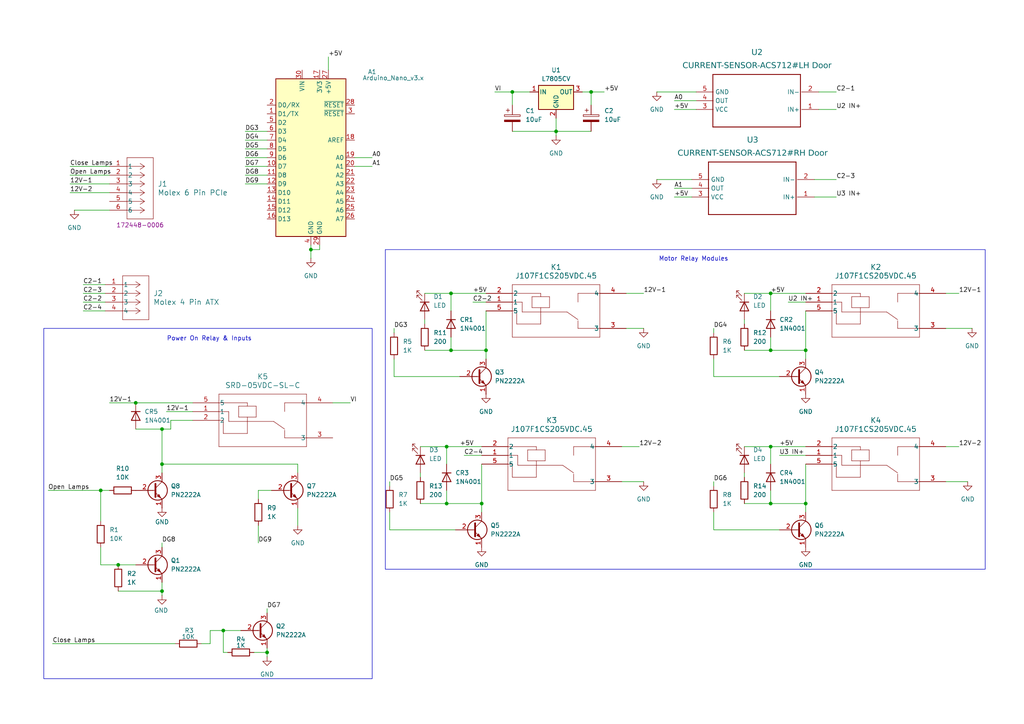
<source format=kicad_sch>
(kicad_sch (version 20231120) (generator "eeschema") (generator_version "8.0")
  (paper "A4")
  (title_block (title "Fiero Headlight Controller PCB") (date "2024-04-11") (rev "2.1") (comment 1 "https://www.hackster.io/walkertexan/fiero-headlight-controller-8eaa4c") (comment 2 "Based On The Original Schematic By WalkerTexan") (comment 3 "Schematic Layout by Ryan Blanchard"))
  (lib_symbols
    (symbol "D_1" (pin_numbers hide) (pin_names (offset 1.016) hide)
      (property "Reference" "CR3" (at -1.2701 2.54 90))
      (property "Value" "1N4001" (at 1.2699 2.54 90))
      (symbol "D_1_1_1"
        (pin passive line (at 3.81 0 180) (length 2.54) (name "A") (number "A"))
        (pin passive line (at -3.81 0 0) (length 2.54) (name "K") (number "C"))
      )
    )
    (symbol "D_2" (pin_numbers hide) (pin_names (offset 1.016) hide)
      (property "Reference" "CR5" (at -1.2701 2.54 90))
      (property "Value" "1N4001" (at 1.2699 2.54 90))
      (symbol "D_2_1_1"
        (pin passive line (at 3.81 0 180) (length 2.54) (name "A") (number "A"))
        (pin passive line (at -3.81 0 0) (length 2.54) (name "K") (number "C"))
      )
    )
    (symbol "D_3" (pin_numbers hide) (pin_names (offset 1.016) hide)
      (property "Reference" "CR1" (at -1.2701 2.54 90))
      (property "Value" "1N4001" (at 1.2699 2.54 90))
      (symbol "D_3_1_1"
        (pin passive line (at 3.81 0 180) (length 2.54) (name "A") (number "A"))
        (pin passive line (at -3.81 0 0) (length 2.54) (name "K") (number "C"))
      )
    )
    (symbol "D_4" (pin_numbers hide) (pin_names (offset 1.016) hide)
      (property "Reference" "CR2" (at -1.2701 2.54 90))
      (property "Value" "1N4001" (at 1.2699 2.54 90))
      (symbol "D_4_1_1"
        (pin passive line (at 3.81 0 180) (length 2.54) (name "A") (number "A"))
        (pin passive line (at -3.81 0 0) (length 2.54) (name "K") (number "C"))
      )
    )
    (symbol "Device:C_Polarized" (pin_numbers hide) (pin_names (offset 0.254))
      (property "Reference" "C" (at 0.635 2.54 0))
      (property "Value" "C_Polarized" (at 0.635 -2.54 0))
      (symbol "C_Polarized_1_1"
        (pin passive line (at 0 3.81 270) (length 2.794) (name "~") (number "1"))
        (pin passive line (at 0 -3.81 90) (length 2.794) (name "~") (number "2"))
      )
    )
    (symbol "Device:D" (pin_numbers hide) (pin_names (offset 1.016) hide)
      (property "Reference" "CR4" (at -1.2701 2.54 90))
      (property "Value" "1N4001" (at 1.2699 2.54 90))
      (symbol "D_1_1"
        (pin passive line (at 3.81 0 180) (length 2.54) (name "A") (number "A"))
        (pin passive line (at -3.81 0 0) (length 2.54) (name "K") (number "C"))
      )
    )
    (symbol "Device:LED" (pin_numbers hide) (pin_names (offset 1.016) hide)
      (property "Reference" "D" (at 0 2.54 0))
      (property "Value" "LED" (at 0 -2.54 0))
      (symbol "LED_1_1"
        (pin passive line (at -3.81 0 0) (length 2.54) (name "K") (number "1"))
        (pin passive line (at 3.81 0 180) (length 2.54) (name "A") (number "2"))
      )
    )
    (symbol "Device:R" (pin_numbers hide) (pin_names (offset 0))
      (property "Reference" "R" (at 2.032 0 90))
      (property "Value" "R" (at 0 0 90))
      (symbol "R_1_1"
        (pin passive line (at 0 3.81 270) (length 1.27) (name "~") (number "1"))
        (pin passive line (at 0 -3.81 90) (length 1.27) (name "~") (number "2"))
      )
    )
    (symbol "Fiero:CURRENT-SENSOR-ACS712#IC"
      (property "Reference" "1" (at -0.635 12.3825 0))
      (property "Value" "CURRENT-SENSOR-ACS712#LH Door" (at -0.635 10.0711 0))
      (symbol "CURRENT-SENSOR-ACS712#IC_0_0"
        (pin bidirectional line (at 17.78 -2.54 180) (length 4.9784) (name "IN+") (number "1"))
        (pin bidirectional line (at 17.78 2.54 180) (length 4.9784) (name "IN-") (number "2"))
        (pin bidirectional line (at -17.78 -2.54 0) (length 4.9784) (name "VCC") (number "3"))
        (pin bidirectional line (at -17.78 0 0) (length 4.9784) (name "OUT") (number "4"))
        (pin bidirectional line (at -17.78 2.54 0) (length 4.9784) (name "GND") (number "5"))
      )
    )
    (symbol "Fiero:SRD-05VDC-SL-C" (pin_names (offset 0.254))
      (property "Reference" "K" (at 20.32 10.16 0))
      (property "Value" "SRD-05VDC-SL-C" (at 20.32 7.62 0))
      (symbol "SRD-05VDC-SL-C_0_1"
        (pin unspecified line (at 0 0 0) (length 7.62) (name "1") (number "1"))
        (pin unspecified line (at 0 -2.54 0) (length 7.62) (name "2") (number "2"))
        (pin unspecified line (at 40.64 -7.62 180) (length 7.62) (name "3") (number "3"))
        (pin unspecified line (at 40.64 2.54 180) (length 7.62) (name "4") (number "4"))
        (pin unspecified line (at 0 2.54 0) (length 7.62) (name "5") (number "5"))
      )
    )
    (symbol "MCU_Module:Arduino_Nano_v3.x"
      (property "Reference" "A" (at -10.16 23.495 0))
      (property "Value" "Arduino_Nano_v3.x" (at 5.08 -24.13 0))
      (symbol "Arduino_Nano_v3.x_1_1"
        (pin bidirectional line (at -12.7 12.7 0) (length 2.54) (name "D1/TX") (number "1"))
        (pin bidirectional line (at -12.7 -2.54 0) (length 2.54) (name "D7") (number "10"))
        (pin bidirectional line (at -12.7 -5.08 0) (length 2.54) (name "D8") (number "11"))
        (pin bidirectional line (at -12.7 -7.62 0) (length 2.54) (name "D9") (number "12"))
        (pin bidirectional line (at -12.7 -10.16 0) (length 2.54) (name "D10") (number "13"))
        (pin bidirectional line (at -12.7 -12.7 0) (length 2.54) (name "D11") (number "14"))
        (pin bidirectional line (at -12.7 -15.24 0) (length 2.54) (name "D12") (number "15"))
        (pin bidirectional line (at -12.7 -17.78 0) (length 2.54) (name "D13") (number "16"))
        (pin power_out line (at 2.54 25.4 270) (length 2.54) (name "3V3") (number "17"))
        (pin input line (at 12.7 5.08 180) (length 2.54) (name "AREF") (number "18"))
        (pin bidirectional line (at 12.7 0 180) (length 2.54) (name "A0") (number "19"))
        (pin bidirectional line (at -12.7 15.24 0) (length 2.54) (name "D0/RX") (number "2"))
        (pin bidirectional line (at 12.7 -2.54 180) (length 2.54) (name "A1") (number "20"))
        (pin bidirectional line (at 12.7 -5.08 180) (length 2.54) (name "A2") (number "21"))
        (pin bidirectional line (at 12.7 -7.62 180) (length 2.54) (name "A3") (number "22"))
        (pin bidirectional line (at 12.7 -10.16 180) (length 2.54) (name "A4") (number "23"))
        (pin bidirectional line (at 12.7 -12.7 180) (length 2.54) (name "A5") (number "24"))
        (pin bidirectional line (at 12.7 -15.24 180) (length 2.54) (name "A6") (number "25"))
        (pin bidirectional line (at 12.7 -17.78 180) (length 2.54) (name "A7") (number "26"))
        (pin power_out line (at 5.08 25.4 270) (length 2.54) (name "+5V") (number "27"))
        (pin input line (at 12.7 15.24 180) (length 2.54) (name "~{RESET}") (number "28"))
        (pin power_in line (at 2.54 -25.4 90) (length 2.54) (name "GND") (number "29"))
        (pin input line (at 12.7 12.7 180) (length 2.54) (name "~{RESET}") (number "3"))
        (pin power_in line (at -2.54 25.4 270) (length 2.54) (name "VIN") (number "30"))
        (pin power_in line (at 0 -25.4 90) (length 2.54) (name "GND") (number "4"))
        (pin bidirectional line (at -12.7 10.16 0) (length 2.54) (name "D2") (number "5"))
        (pin bidirectional line (at -12.7 7.62 0) (length 2.54) (name "D3") (number "6"))
        (pin bidirectional line (at -12.7 5.08 0) (length 2.54) (name "D4") (number "7"))
        (pin bidirectional line (at -12.7 2.54 0) (length 2.54) (name "D5") (number "8"))
        (pin bidirectional line (at -12.7 0 0) (length 2.54) (name "D6") (number "9"))
      )
    )
    (symbol "Molex Power:Molex 4 Pin ATX" (pin_names (offset 0.254))
      (property "Reference" "J" (at 8.89 6.35 0))
      (property "Value" "Molex 4 Pin ATX" (at 8.636 4.064 0))
      (symbol "Molex 4 Pin ATX_1_1"
        (pin unspecified line (at 0 0 0) (length 5.08) (name "1") (number "1"))
        (pin unspecified line (at 0 -2.54 0) (length 5.08) (name "2") (number "2"))
        (pin unspecified line (at 0 -5.08 0) (length 5.08) (name "3") (number "3"))
        (pin unspecified line (at 0 -7.62 0) (length 5.08) (name "4") (number "4"))
      )
      (symbol "Molex 4 Pin ATX_1_2"
        (pin unspecified line (at 0 0 0) (length 5.08) (name "1") (number "1"))
        (pin unspecified line (at 0 -2.54 0) (length 5.08) (name "2") (number "2"))
        (pin unspecified line (at 0 -5.08 0) (length 5.08) (name "3") (number "3"))
        (pin unspecified line (at 0 -7.62 0) (length 5.08) (name "4") (number "4"))
      )
    )
    (symbol "Molex Power:Molex 6 Pin PCIe" (pin_names (offset 0.254))
      (property "Reference" "J" (at 8.89 6.35 0))
      (property "Value" "Molex 6 Pin PCIe" (at 8.636 4.064 0))
      (symbol "Molex 6 Pin PCIe_1_1"
        (pin unspecified line (at 0 0 0) (length 5.08) (name "1") (number "1"))
        (pin unspecified line (at 0 -2.54 0) (length 5.08) (name "2") (number "2"))
        (pin unspecified line (at 0 -5.08 0) (length 5.08) (name "3") (number "3"))
        (pin unspecified line (at 0 -7.62 0) (length 5.08) (name "4") (number "4"))
        (pin unspecified line (at 0 -10.16 0) (length 5.08) (name "5") (number "5"))
        (pin unspecified line (at 0 -12.7 0) (length 5.08) (name "6") (number "6"))
      )
      (symbol "Molex 6 Pin PCIe_1_2"
        (pin unspecified line (at 0 0 0) (length 5.08) (name "1") (number "1"))
        (pin unspecified line (at 0 -2.54 0) (length 5.08) (name "2") (number "2"))
        (pin unspecified line (at 0 -5.08 0) (length 5.08) (name "3") (number "3"))
        (pin unspecified line (at 0 -7.62 0) (length 5.08) (name "4") (number "4"))
        (pin unspecified line (at 0 -10.16 0) (length 5.08) (name "5") (number "5"))
        (pin unspecified line (at 0 -12.7 0) (length 5.08) (name "6") (number "6"))
      )
    )
    (symbol "Regulator_Linear:LM7805_TO220" (pin_names (offset 0.254))
      (property "Reference" "U1" (at 0 6.35 0))
      (property "Value" "LM7805_TO220" (at 0 3.81 0))
      (symbol "LM7805_TO220_1_1"
        (pin power_in line (at -7.62 0 0) (length 2.54) (name "IN") (number "1"))
        (pin power_in line (at 0 -7.62 90) (length 2.54) (name "GND") (number "2"))
        (pin power_out line (at 7.62 0 180) (length 2.54) (name "OUT") (number "3"))
      )
    )
    (symbol "SRD-05VDC-SL-C_1" (pin_names (offset 0.254))
      (property "Reference" "K3" (at 20.32 10.16 0))
      (property "Value" "SRD-05VDC-SL-C" (at 20.32 7.62 0))
      (symbol "SRD-05VDC-SL-C_1_0_1"
        (pin unspecified line (at 0 0 0) (length 7.62) (name "1") (number "1"))
        (pin unspecified line (at 0 2.54 0) (length 7.62) (name "2") (number "2"))
        (pin unspecified line (at 40.64 -7.62 180) (length 7.62) (name "3") (number "3"))
        (pin unspecified line (at 40.64 2.54 180) (length 7.62) (name "4") (number "4"))
        (pin unspecified line (at 0 -2.54 0) (length 7.62) (name "5") (number "5"))
      )
    )
    (symbol "SRD-05VDC-SL-C_2" (pin_names (offset 0.254))
      (property "Reference" "K" (at 20.32 10.16 0))
      (property "Value" "SRD-05VDC-SL-C" (at 20.32 7.62 0))
      (symbol "SRD-05VDC-SL-C_2_0_1"
        (pin unspecified line (at 0 0 0) (length 7.62) (name "1") (number "1"))
        (pin unspecified line (at 0 2.54 0) (length 7.62) (name "2") (number "2"))
        (pin unspecified line (at 40.64 -7.62 180) (length 7.62) (name "3") (number "3"))
        (pin unspecified line (at 40.64 2.54 180) (length 7.62) (name "4") (number "4"))
        (pin unspecified line (at 0 -2.54 0) (length 7.62) (name "5") (number "5"))
      )
    )
    (symbol "SRD-05VDC-SL-C_3" (pin_names (offset 0.254))
      (property "Reference" "K" (at 20.32 10.16 0))
      (property "Value" "SRD-05VDC-SL-C" (at 20.32 7.62 0))
      (symbol "SRD-05VDC-SL-C_3_0_1"
        (pin unspecified line (at 0 0 0) (length 7.62) (name "1") (number "1"))
        (pin unspecified line (at 0 2.54 0) (length 7.62) (name "2") (number "2"))
        (pin unspecified line (at 40.64 -7.62 180) (length 7.62) (name "3") (number "3"))
        (pin unspecified line (at 40.64 2.54 180) (length 7.62) (name "4") (number "4"))
        (pin unspecified line (at 0 -2.54 0) (length 7.62) (name "5") (number "5"))
      )
    )
    (symbol "SRD-05VDC-SL-C_4" (pin_names (offset 0.254))
      (property "Reference" "K" (at 20.32 10.16 0))
      (property "Value" "SRD-05VDC-SL-C" (at 20.32 7.62 0))
      (symbol "SRD-05VDC-SL-C_4_0_1"
        (pin unspecified line (at 0 0 0) (length 7.62) (name "1") (number "1"))
        (pin unspecified line (at 0 2.54 0) (length 7.62) (name "2") (number "2"))
        (pin unspecified line (at 40.64 -7.62 180) (length 7.62) (name "3") (number "3"))
        (pin unspecified line (at 40.64 2.54 180) (length 7.62) (name "4") (number "4"))
        (pin unspecified line (at 0 -2.54 0) (length 7.62) (name "5") (number "5"))
      )
    )
    (symbol "Transistor_BJT:PN2222A" (pin_names (offset 0) hide)
      (property "Reference" "Q" (at 5.08 1.905 0))
      (property "Value" "PN2222A" (at 5.08 0 0))
      (symbol "PN2222A_1_1"
        (pin passive line (at 2.54 -5.08 90) (length 2.54) (name "E") (number "1"))
        (pin input line (at -5.08 0 0) (length 5.08) (name "B") (number "2"))
        (pin passive line (at 2.54 5.08 270) (length 2.54) (name "C") (number "3"))
      )
    )
    (symbol "power:GND" (power) (pin_numbers hide) (pin_names (offset 0) hide)
      (property "Value" "GND" (at 0 -3.81 0))
      (symbol "GND_1_1"
        (pin power_in line (at 0 0 270) (length 0) (name "~") (number "1"))
      )
    )
  )
  (junction (at 161.29 38.1))
  (junction (at 90.17 72.39))
  (junction (at 223.52 85.09))
  (junction (at 148.59 26.67))
  (junction (at 39.37 116.84))
  (junction (at 46.99 124.46))
  (junction (at 46.99 171.45))
  (junction (at 77.47 189.23))
  (junction (at 34.29 163.83))
  (junction (at 223.52 146.05))
  (junction (at 129.54 146.05))
  (junction (at 233.68 101.6))
  (junction (at 223.52 129.54))
  (junction (at 129.54 129.54))
  (junction (at 139.7 146.05))
  (junction (at 140.97 101.6))
  (junction (at 46.99 134.62))
  (junction (at 130.81 85.09))
  (junction (at 130.81 101.6))
  (junction (at 29.21 142.24))
  (junction (at 223.52 101.6))
  (junction (at 171.45 26.67))
  (junction (at 233.68 146.05))
  (junction (at 64.77 182.88))
  (wire (pts (xy 121.92 137.16) (xy 121.92 138.43)))
  (wire (pts (xy 223.52 142.24) (xy 223.52 146.05)))
  (wire (pts (xy 86.36 134.62) (xy 86.36 137.16)))
  (wire (pts (xy 20.32 53.34) (xy 31.75 53.34)))
  (wire (pts (xy 73.66 189.23) (xy 77.47 189.23)))
  (wire (pts (xy 223.52 129.54) (xy 233.68 129.54)))
  (wire (pts (xy 114.3 104.14) (xy 114.3 109.22)))
  (wire (pts (xy 49.53 121.92) (xy 49.53 124.46)))
  (wire (pts (xy 130.81 101.6) (xy 140.97 101.6)))
  (wire (pts (xy 96.52 116.84) (xy 101.6 116.84)))
  (wire (pts (xy 129.54 129.54) (xy 139.7 129.54)))
  (wire (pts (xy 20.32 48.26) (xy 31.75 48.26)))
  (wire (pts (xy 49.53 124.46) (xy 46.99 124.46)))
  (wire (pts (xy 34.29 171.45) (xy 46.99 171.45)))
  (wire (pts (xy 55.88 121.92) (xy 49.53 121.92)))
  (wire (pts (xy 195.58 57.15) (xy 200.66 57.15)))
  (wire (pts (xy 46.99 157.48) (xy 46.99 158.75)))
  (wire (pts (xy 123.19 92.71) (xy 123.19 93.98)))
  (wire (pts (xy 137.16 87.63) (xy 140.97 87.63)))
  (wire (pts (xy 226.06 132.08) (xy 233.68 132.08)))
  (wire (pts (xy 223.52 101.6) (xy 233.68 101.6)))
  (wire (pts (xy 64.77 182.88) (xy 69.85 182.88)))
  (wire (pts (xy 237.49 31.75) (xy 242.57 31.75)))
  (wire (pts (xy 215.9 92.71) (xy 215.9 93.98)))
  (wire (pts (xy 114.3 95.25) (xy 114.3 96.52)))
  (wire (pts (xy 139.7 134.62) (xy 139.7 146.05)))
  (wire (pts (xy 207.01 153.67) (xy 226.06 153.67)))
  (wire (pts (xy 130.81 97.79) (xy 130.81 101.6)))
  (wire (pts (xy 24.13 90.17) (xy 30.48 90.17)))
  (wire (pts (xy 46.99 124.46) (xy 39.37 124.46)))
  (wire (pts (xy 74.93 142.24) (xy 74.93 144.78)))
  (wire (pts (xy 123.19 101.6) (xy 130.81 101.6)))
  (wire (pts (xy 13.97 142.24) (xy 29.21 142.24)))
  (wire (pts (xy 71.12 40.64) (xy 77.47 40.64)))
  (wire (pts (xy 24.13 82.55) (xy 30.48 82.55)))
  (wire (pts (xy 134.62 132.08) (xy 139.7 132.08)))
  (wire (pts (xy 181.61 85.09) (xy 186.69 85.09)))
  (wire (pts (xy 77.47 189.23) (xy 77.47 190.5)))
  (wire (pts (xy 140.97 101.6) (xy 140.97 104.14)))
  (wire (pts (xy 95.25 16.51) (xy 95.25 20.32)))
  (wire (pts (xy 180.34 139.7) (xy 186.69 139.7)))
  (wire (pts (xy 215.9 129.54) (xy 223.52 129.54)))
  (wire (pts (xy 24.13 87.63) (xy 30.48 87.63)))
  (wire (pts (xy 78.74 142.24) (xy 74.93 142.24)))
  (wire (pts (xy 121.92 129.54) (xy 129.54 129.54)))
  (wire (pts (xy 171.45 26.67) (xy 175.26 26.67)))
  (wire (pts (xy 223.52 97.79) (xy 223.52 101.6)))
  (wire (pts (xy 58.42 186.69) (xy 60.96 186.69)))
  (wire (pts (xy 46.99 168.91) (xy 46.99 171.45)))
  (wire (pts (xy 207.01 148.59) (xy 207.01 153.67)))
  (wire (pts (xy 274.32 85.09) (xy 278.13 85.09)))
  (wire (pts (xy 207.01 104.14) (xy 207.01 109.22)))
  (wire (pts (xy 29.21 158.75) (xy 29.21 163.83)))
  (wire (pts (xy 71.12 53.34) (xy 77.47 53.34)))
  (wire (pts (xy 31.75 116.84) (xy 39.37 116.84)))
  (wire (pts (xy 20.32 50.8) (xy 31.75 50.8)))
  (wire (pts (xy 223.52 85.09) (xy 233.68 85.09)))
  (wire (pts (xy 190.5 26.67) (xy 201.93 26.67)))
  (wire (pts (xy 195.58 54.61) (xy 200.66 54.61)))
  (wire (pts (xy 77.47 187.96) (xy 77.47 189.23)))
  (wire (pts (xy 34.29 163.83) (xy 39.37 163.83)))
  (wire (pts (xy 21.59 60.96) (xy 31.75 60.96)))
  (wire (pts (xy 92.71 71.12) (xy 92.71 72.39)))
  (wire (pts (xy 223.52 129.54) (xy 223.52 134.62)))
  (wire (pts (xy 114.3 109.22) (xy 133.35 109.22)))
  (wire (pts (xy 233.68 90.17) (xy 233.68 101.6)))
  (wire (pts (xy 130.81 85.09) (xy 140.97 85.09)))
  (wire (pts (xy 71.12 45.72) (xy 77.47 45.72)))
  (wire (pts (xy 71.12 43.18) (xy 77.47 43.18)))
  (wire (pts (xy 274.32 139.7) (xy 280.67 139.7)))
  (wire (pts (xy 233.68 101.6) (xy 233.68 104.14)))
  (wire (pts (xy 207.01 95.25) (xy 207.01 96.52)))
  (wire (pts (xy 274.32 95.25) (xy 281.94 95.25)))
  (wire (pts (xy 168.91 26.67) (xy 171.45 26.67)))
  (wire (pts (xy 190.5 52.07) (xy 200.66 52.07)))
  (wire (pts (xy 77.47 177.8) (xy 77.47 176.53)))
  (wire (pts (xy 71.12 48.26) (xy 77.47 48.26)))
  (wire (pts (xy 215.9 101.6) (xy 223.52 101.6)))
  (wire (pts (xy 195.58 29.21) (xy 201.93 29.21)))
  (wire (pts (xy 223.52 85.09) (xy 223.52 90.17)))
  (wire (pts (xy 46.99 134.62) (xy 46.99 137.16)))
  (wire (pts (xy 215.9 85.09) (xy 223.52 85.09)))
  (wire (pts (xy 29.21 163.83) (xy 34.29 163.83)))
  (wire (pts (xy 90.17 71.12) (xy 90.17 72.39)))
  (wire (pts (xy 113.03 148.59) (xy 113.03 153.67)))
  (wire (pts (xy 71.12 50.8) (xy 77.47 50.8)))
  (wire (pts (xy 129.54 146.05) (xy 139.7 146.05)))
  (wire (pts (xy 46.99 124.46) (xy 46.99 134.62)))
  (wire (pts (xy 236.22 57.15) (xy 242.57 57.15)))
  (wire (pts (xy 161.29 34.29) (xy 161.29 38.1)))
  (wire (pts (xy 140.97 90.17) (xy 140.97 101.6)))
  (wire (pts (xy 64.77 189.23) (xy 66.04 189.23)))
  (wire (pts (xy 236.22 52.07) (xy 242.57 52.07)))
  (wire (pts (xy 148.59 26.67) (xy 148.59 30.48)))
  (wire (pts (xy 161.29 38.1) (xy 161.29 39.37)))
  (wire (pts (xy 148.59 38.1) (xy 161.29 38.1)))
  (wire (pts (xy 215.9 146.05) (xy 223.52 146.05)))
  (wire (pts (xy 223.52 146.05) (xy 233.68 146.05)))
  (wire (pts (xy 71.12 38.1) (xy 77.47 38.1)))
  (wire (pts (xy 90.17 72.39) (xy 90.17 74.93)))
  (wire (pts (xy 86.36 147.32) (xy 86.36 152.4)))
  (wire (pts (xy 237.49 26.67) (xy 242.57 26.67)))
  (wire (pts (xy 48.26 119.38) (xy 55.88 119.38)))
  (wire (pts (xy 161.29 38.1) (xy 171.45 38.1)))
  (wire (pts (xy 102.87 48.26) (xy 107.95 48.26)))
  (wire (pts (xy 113.03 139.7) (xy 113.03 140.97)))
  (wire (pts (xy 29.21 151.13) (xy 29.21 142.24)))
  (wire (pts (xy 15.24 186.69) (xy 50.8 186.69)))
  (wire (pts (xy 180.34 129.54) (xy 185.42 129.54)))
  (wire (pts (xy 233.68 134.62) (xy 233.68 146.05)))
  (wire (pts (xy 123.19 85.09) (xy 130.81 85.09)))
  (wire (pts (xy 148.59 26.67) (xy 153.67 26.67)))
  (wire (pts (xy 24.13 85.09) (xy 30.48 85.09)))
  (wire (pts (xy 29.21 142.24) (xy 31.75 142.24)))
  (wire (pts (xy 46.99 171.45) (xy 46.99 172.72)))
  (wire (pts (xy 20.32 55.88) (xy 31.75 55.88)))
  (wire (pts (xy 39.37 116.84) (xy 55.88 116.84)))
  (wire (pts (xy 74.93 152.4) (xy 74.93 157.48)))
  (wire (pts (xy 130.81 85.09) (xy 130.81 90.17)))
  (wire (pts (xy 46.99 134.62) (xy 86.36 134.62)))
  (wire (pts (xy 215.9 137.16) (xy 215.9 138.43)))
  (wire (pts (xy 64.77 182.88) (xy 64.77 189.23)))
  (wire (pts (xy 102.87 45.72) (xy 107.95 45.72)))
  (wire (pts (xy 139.7 146.05) (xy 139.7 148.59)))
  (wire (pts (xy 171.45 26.67) (xy 171.45 30.48)))
  (wire (pts (xy 195.58 31.75) (xy 201.93 31.75)))
  (wire (pts (xy 60.96 186.69) (xy 60.96 182.88)))
  (wire (pts (xy 129.54 129.54) (xy 129.54 134.62)))
  (wire (pts (xy 181.61 95.25) (xy 186.69 95.25)))
  (wire (pts (xy 233.68 146.05) (xy 233.68 148.59)))
  (wire (pts (xy 143.51 26.67) (xy 148.59 26.67)))
  (wire (pts (xy 113.03 153.67) (xy 132.08 153.67)))
  (wire (pts (xy 228.6 87.63) (xy 233.68 87.63)))
  (wire (pts (xy 207.01 139.7) (xy 207.01 140.97)))
  (wire (pts (xy 129.54 142.24) (xy 129.54 146.05)))
  (wire (pts (xy 121.92 146.05) (xy 129.54 146.05)))
  (wire (pts (xy 60.96 182.88) (xy 64.77 182.88)))
  (wire (pts (xy 207.01 109.22) (xy 226.06 109.22)))
  (wire (pts (xy 274.32 129.54) (xy 278.13 129.54)))
  (wire (pts (xy 92.71 72.39) (xy 90.17 72.39)))
  (rectangle (start 111.76 72.39) (end 285.75 165.1))
  (rectangle (start 12.7 95.25) (end 107.95 196.85))
  (text "Motor Relay Modules" (at 201.168 75.184 0) (effects (font (size 1.27 1.27))))
  (text "Power On Relay & Inputs" (at 60.706 98.298 0) (effects (font (size 1.27 1.27))))
  (label "DG4" (at 207.01 95.25 0))
  (label "+5V" (at 195.58 31.75 0))
  (label "C2-4" (at 24.13 90.17 0))
  (label "12V-1" (at 278.13 85.09 0))
  (label "12V-1" (at 186.69 85.09 0))
  (label "+5V" (at 137.16 85.09 0))
  (label "C2-2" (at 24.13 87.63 0))
  (label "12V-2" (at 20.32 55.88 0))
  (label "12V-1" (at 48.26 119.38 0))
  (label "DG5" (at 113.03 139.7 0))
  (label "DG3" (at 114.3 95.25 0))
  (label "DG8" (at 71.12 50.8 0))
  (label "VI" (at 101.6 116.84 0))
  (label "DG4" (at 71.12 40.64 0))
  (label "A1" (at 195.58 54.61 0))
  (label "Open Lamps" (at 20.32 50.8 0))
  (label "C2-2" (at 137.16 87.63 0))
  (label "U2 IN+" (at 228.6 87.63 0))
  (label "+5V" (at 223.52 85.09 0))
  (label "+5V" (at 195.58 57.15 0))
  (label "C2-3" (at 242.57 52.07 0))
  (label "C2-1" (at 24.13 82.55 0))
  (label "DG6" (at 207.01 139.7 0))
  (label "12V-1" (at 31.75 116.84 0))
  (label "+5V" (at 175.26 26.67 0))
  (label "+5V" (at 95.25 16.51 0))
  (label "DG7" (at 71.12 48.26 0))
  (label "C2-1" (at 242.57 26.67 0))
  (label "12V-1" (at 20.32 53.34 0))
  (label "DG6" (at 71.12 45.72 0))
  (label "Close Lamps" (at 15.24 186.69 0))
  (label "DG5" (at 71.12 43.18 0))
  (label "C2-4" (at 134.62 132.08 0))
  (label "+5V" (at 133.35 129.54 0))
  (label "12V-2" (at 278.13 129.54 0))
  (label "Close Lamps" (at 20.32 48.26 0))
  (label "12V-2" (at 185.42 129.54 0))
  (label "DG3" (at 71.12 38.1 0))
  (label "A1" (at 107.95 48.26 0))
  (label "A0" (at 195.58 29.21 0))
  (label "U3 IN+" (at 242.57 57.15 0))
  (label "Open Lamps" (at 13.97 142.24 0))
  (label "C2-3" (at 24.13 85.09 0))
  (label "DG7" (at 77.47 176.53 0))
  (label "DG8" (at 46.99 157.48 0))
  (label "DG9" (at 71.12 53.34 0))
  (label "+5V" (at 226.06 129.54 0))
  (label "U2 IN+" (at 242.57 31.75 0))
  (label "A0" (at 107.95 45.72 0))
  (label "VI" (at 143.51 26.67 0))
  (label "DG9" (at 74.93 157.48 0))
  (label "U3 IN+" (at 226.06 132.08 0))
  (symbol (lib_id "power:GND") (at 233.68 158.75 0) (unit 1)
    (property "Reference" "#PWR018" (effects (hide yes)))
    (property "Value" "GND" (at 233.68 163.83 0))
    (property "Description" "Power symbol creates a global label with name \"GND\" , ground" (effects (hide yes)))
  )
  (symbol (lib_id "Fiero:CURRENT-SENSOR-ACS712#IC") (at 219.71 29.21 0) (unit 1)
    (property "Reference" "U2" (at 219.5703 15.24 0) (effects (font (size 1.6891 1.6891))))
    (property "Value" "CURRENT-SENSOR-ACS712#LH Door" (at 219.5703 19.05 0) (effects (font (size 1.6891 1.6891))))
    (property "Footprint" "Fiero:ACS712_A" (effects (hide yes)))
  )
  (symbol (lib_id "Device:R") (at 215.9 97.79 0) (unit 1)
    (property "Reference" "R12" (at 218.44 96.5199 0) (effects (justify left)))
    (property "Value" "200" (at 218.44 99.0599 0) (effects (justify left)))
    (property "Footprint" "Fiero:Resistors" (effects (hide yes)))
    (property "Description" "Resistor" (effects (hide yes)))
  )
  (symbol (lib_id "Device:D") (at 223.52 138.43 270) (unit 1)
    (property "Reference" "CR4" (at 226.06 137.1599 90) (effects (justify left)))
    (property "Value" "1N4001" (at 226.06 139.6999 90) (effects (justify left)))
    (property "Footprint" "Fiero:DIODE-1N4001" (effects (hide yes)))
    (property "Description" "Diode" (effects (hide yes)))
    (property "Sim.Device" "D" (effects (hide yes)))
    (property "Sim.Pins" "1=K 2=A" (effects (hide yes)))
  )
  (symbol (lib_id "Device:R") (at 215.9 142.24 0) (unit 1)
    (property "Reference" "R14" (at 218.44 140.9699 0) (effects (justify left)))
    (property "Value" "200" (at 218.44 143.5099 0) (effects (justify left)))
    (property "Footprint" "Fiero:Resistors" (effects (hide yes)))
    (property "Description" "Resistor" (effects (hide yes)))
  )
  (symbol (lib_id "Transistor_BJT:PN2222A") (at 83.82 142.24 0) (unit 1)
    (property "Reference" "Q7" (at 88.9 140.9699 0) (effects (justify left)))
    (property "Value" "PN2222A" (at 88.9 143.5099 0) (effects (justify left)))
    (property "Footprint" "Fiero:2N2222A" (effects (hide yes)))
    (property "Datasheet" "https://www.onsemi.com/pub/Collateral/PN2222-D.PDF" (effects (hide yes)))
    (property "Description" "1A Ic, 40V Vce, NPN Transistor, General Purpose Transistor, TO-92" (effects (hide yes)))
  )
  (symbol (lib_id "Device:C_Polarized") (at 171.45 34.29 0) (unit 1)
    (property "Reference" "C2" (at 175.26 32.1309 0) (effects (justify left)))
    (property "Value" "10uF" (at 175.26 34.6709 0) (effects (justify left)))
    (property "Footprint" "Fiero:CAP-TH_BD5.0-P2.00-D0.8-FD" (effects (hide yes)))
    (property "Description" "Polarized capacitor" (effects (hide yes)))
  )
  (symbol (lib_id "power:GND") (at 186.69 139.7 0) (unit 1)
    (property "Reference" "#PWR014" (effects (hide yes)))
    (property "Value" "GND" (at 186.69 144.78 0))
    (property "Description" "Power symbol creates a global label with name \"GND\" , ground" (effects (hide yes)))
  )
  (symbol (lib_id "Molex Power:Molex 4 Pin ATX") (at 30.48 82.55 0) (unit 1)
    (property "Reference" "J2" (at 44.45 85.0899 0) (effects (font (size 1.524 1.524)) (justify left)))
    (property "Value" "Molex 4 Pin ATX" (at 44.45 87.6299 0) (effects (font (size 1.524 1.524)) (justify left)))
    (property "Footprint" "Fiero:4 Pin ATX" (effects (hide yes)))
    (property "Datasheet" "1724480004" (effects (hide yes)))
  )
  (symbol (lib_id "Device:R") (at 34.29 167.64 0) (unit 1)
    (property "Reference" "R2" (at 36.83 166.3699 0) (effects (justify left)))
    (property "Value" "1K" (at 36.83 168.9099 0) (effects (justify left)))
    (property "Footprint" "Fiero:Resistors" (effects (hide yes)))
    (property "Description" "Resistor" (effects (hide yes)))
  )
  (symbol (lib_id "Device:R") (at 74.93 148.59 0) (unit 1)
    (property "Reference" "R9" (at 77.47 147.3199 0) (effects (justify left)))
    (property "Value" "1K" (at 77.47 149.8599 0) (effects (justify left)))
    (property "Footprint" "Fiero:Resistors" (effects (hide yes)))
    (property "Description" "Resistor" (effects (hide yes)))
  )
  (symbol (lib_id "Device:R") (at 121.92 142.24 0) (unit 1)
    (property "Reference" "R13" (at 124.46 140.9699 0) (effects (justify left)))
    (property "Value" "200" (at 124.46 143.5099 0) (effects (justify left)))
    (property "Footprint" "Fiero:Resistors" (effects (hide yes)))
    (property "Description" "Resistor" (effects (hide yes)))
  )
  (symbol (lib_id "Regulator_Linear:LM7805_TO220") (at 161.29 26.67 0) (unit 1)
    (property "Reference" "U1" (at 161.29 20.32 0))
    (property "Value" "L7805CV" (at 161.29 22.86 0))
    (property "Footprint" "Fiero:L7805" (effects (hide yes)))
    (property "Datasheet" "https://www.onsemi.cn/PowerSolutions/document/MC7800-D.PDF" (effects (hide yes)))
    (property "Description" "Positive 1A 35V Linear Regulator, Fixed Output 5V, TO-220" (effects (hide yes)))
  )
  (symbol (lib_id "power:GND") (at 161.29 39.37 0) (unit 1)
    (property "Reference" "#PWR04" (effects (hide yes)))
    (property "Value" "GND" (at 161.29 44.45 0))
    (property "Description" "Power symbol creates a global label with name \"GND\" , ground" (effects (hide yes)))
  )
  (symbol (lib_id "Device:R") (at 207.01 144.78 0) (unit 1)
    (property "Reference" "R8" (at 209.55 143.5099 0) (effects (justify left)))
    (property "Value" "1K" (at 209.55 146.0499 0) (effects (justify left)))
    (property "Footprint" "Fiero:Resistors" (effects (hide yes)))
    (property "Description" "Resistor" (effects (hide yes)))
  )
  (symbol (lib_id "Transistor_BJT:PN2222A") (at 137.16 153.67 0) (unit 1)
    (property "Reference" "Q5" (at 142.24 152.3999 0) (effects (justify left)))
    (property "Value" "PN2222A" (at 142.24 154.9399 0) (effects (justify left)))
    (property "Footprint" "Fiero:2N2222A" (effects (hide yes)))
    (property "Datasheet" "https://www.onsemi.com/pub/Collateral/PN2222-D.PDF" (effects (hide yes)))
    (property "Description" "1A Ic, 40V Vce, NPN Transistor, General Purpose Transistor, TO-92" (effects (hide yes)))
  )
  (symbol (lib_id "Fiero:CURRENT-SENSOR-ACS712#IC") (at 218.44 54.61 0) (unit 1)
    (property "Reference" "U3" (at 218.3003 40.64 0) (effects (font (size 1.6891 1.6891))))
    (property "Value" "CURRENT-SENSOR-ACS712#RH Door" (at 218.3003 44.45 0) (effects (font (size 1.6891 1.6891))))
    (property "Footprint" "Fiero:ACS712_A" (effects (hide yes)))
  )
  (symbol (lib_id "power:GND") (at 280.67 139.7 0) (unit 1)
    (property "Reference" "#PWR013" (effects (hide yes)))
    (property "Value" "GND" (at 280.67 144.78 0))
    (property "Description" "Power symbol creates a global label with name \"GND\" , ground" (effects (hide yes)))
  )
  (symbol (lib_id "power:GND") (at 281.94 95.25 0) (unit 1)
    (property "Reference" "#PWR012" (effects (hide yes)))
    (property "Value" "GND" (at 281.94 100.33 0))
    (property "Description" "Power symbol creates a global label with name \"GND\" , ground" (effects (hide yes)))
  )
  (symbol (lib_id "Transistor_BJT:PN2222A") (at 44.45 142.24 0) (unit 1)
    (property "Reference" "Q8" (at 49.53 140.9699 0) (effects (justify left)))
    (property "Value" "PN2222A" (at 49.53 143.5099 0) (effects (justify left)))
    (property "Footprint" "Fiero:2N2222A" (effects (hide yes)))
    (property "Datasheet" "https://www.onsemi.com/pub/Collateral/PN2222-D.PDF" (effects (hide yes)))
    (property "Description" "1A Ic, 40V Vce, NPN Transistor, General Purpose Transistor, TO-92" (effects (hide yes)))
  )
  (symbol (lib_id "Device:C_Polarized") (at 148.59 34.29 0) (unit 1)
    (property "Reference" "C1" (at 152.4 32.1309 0) (effects (justify left)))
    (property "Value" "10uF" (at 152.4 34.6709 0) (effects (justify left)))
    (property "Footprint" "Fiero:CAP-TH_BD5.0-P2.00-D0.8-FD" (effects (hide yes)))
    (property "Description" "Polarized capacitor" (effects (hide yes)))
  )
  (symbol (lib_id "Device:R") (at 113.03 144.78 0) (unit 1)
    (property "Reference" "R7" (at 115.57 143.5099 0) (effects (justify left)))
    (property "Value" "1K" (at 115.57 146.0499 0) (effects (justify left)))
    (property "Footprint" "Fiero:Resistors" (effects (hide yes)))
    (property "Description" "Resistor" (effects (hide yes)))
  )
  (symbol (lib_name "SRD-05VDC-SL-C_2") (lib_id "Fiero:SRD-05VDC-SL-C") (at 140.97 87.63 0) (unit 1)
    (property "Reference" "K1" (at 161.29 77.47 0) (effects (font (size 1.524 1.524))))
    (property "Value" "J107F1CS205VDC.45" (at 161.29 80.01 0) (effects (font (size 1.524 1.524))))
    (property "Footprint" "Fiero:JQC-3FF-S-Z" (effects (hide yes)))
    (property "Datasheet" "SRD-05VDC-SL-C" (effects (hide yes)))
  )
  (symbol (lib_id "Device:R") (at 29.21 154.94 0) (unit 1)
    (property "Reference" "R1" (at 31.75 153.6699 0) (effects (justify left)))
    (property "Value" "10K" (at 31.75 156.2099 0) (effects (justify left)))
    (property "Footprint" "Fiero:Resistors" (effects (hide yes)))
    (property "Description" "Resistor" (effects (hide yes)))
  )
  (symbol (lib_id "Device:R") (at 114.3 100.33 0) (unit 1)
    (property "Reference" "R5" (at 116.84 99.0599 0) (effects (justify left)))
    (property "Value" "1K" (at 116.84 101.5999 0) (effects (justify left)))
    (property "Footprint" "Fiero:Resistors" (effects (hide yes)))
    (property "Description" "Resistor" (effects (hide yes)))
  )
  (symbol (lib_id "power:GND") (at 86.36 152.4 0) (unit 1)
    (property "Reference" "#PWR03" (effects (hide yes)))
    (property "Value" "GND" (at 86.36 157.48 0))
    (property "Description" "Power symbol creates a global label with name \"GND\" , ground" (effects (hide yes)))
  )
  (symbol (lib_id "Transistor_BJT:PN2222A") (at 231.14 109.22 0) (unit 1)
    (property "Reference" "Q4" (at 236.22 107.9499 0) (effects (justify left)))
    (property "Value" "PN2222A" (at 236.22 110.4899 0) (effects (justify left)))
    (property "Footprint" "Fiero:2N2222A" (effects (hide yes)))
    (property "Datasheet" "https://www.onsemi.com/pub/Collateral/PN2222-D.PDF" (effects (hide yes)))
    (property "Description" "1A Ic, 40V Vce, NPN Transistor, General Purpose Transistor, TO-92" (effects (hide yes)))
  )
  (symbol (lib_name "SRD-05VDC-SL-C_1") (lib_id "Fiero:SRD-05VDC-SL-C") (at 139.7 132.08 0) (unit 1)
    (property "Reference" "K3" (at 160.02 121.92 0) (effects (font (size 1.524 1.524))))
    (property "Value" "J107F1CS205VDC.45" (at 160.02 124.46 0) (effects (font (size 1.524 1.524))))
    (property "Footprint" "Fiero:JQC-3FF-S-Z" (effects (hide yes)))
    (property "Datasheet" "SRD-05VDC-SL-C" (effects (hide yes)))
  )
  (symbol (lib_id "Transistor_BJT:PN2222A") (at 231.14 153.67 0) (unit 1)
    (property "Reference" "Q6" (at 236.22 152.3999 0) (effects (justify left)))
    (property "Value" "PN2222A" (at 236.22 154.9399 0) (effects (justify left)))
    (property "Footprint" "Fiero:2N2222A" (effects (hide yes)))
    (property "Datasheet" "https://www.onsemi.com/pub/Collateral/PN2222-D.PDF" (effects (hide yes)))
    (property "Description" "1A Ic, 40V Vce, NPN Transistor, General Purpose Transistor, TO-92" (effects (hide yes)))
  )
  (symbol (lib_id "power:GND") (at 139.7 158.75 0) (unit 1)
    (property "Reference" "#PWR017" (effects (hide yes)))
    (property "Value" "GND" (at 139.7 163.83 0))
    (property "Description" "Power symbol creates a global label with name \"GND\" , ground" (effects (hide yes)))
  )
  (symbol (lib_id "power:GND") (at 90.17 74.93 0) (unit 1)
    (property "Reference" "#PWR05" (effects (hide yes)))
    (property "Value" "GND" (at 90.17 80.01 0))
    (property "Description" "Power symbol creates a global label with name \"GND\" , ground" (effects (hide yes)))
  )
  (symbol (lib_id "Molex Power:Molex 6 Pin PCIe") (at 31.75 48.26 0) (unit 1)
    (property "Reference" "J1" (at 45.72 53.3399 0) (effects (font (size 1.524 1.524)) (justify left)))
    (property "Value" "Molex 6 Pin PCIe" (at 45.72 55.8799 0) (effects (font (size 1.524 1.524)) (justify left)))
    (property "Footprint" "Fiero:6 Pin PCIe" (effects (hide yes)))
    (property "Datasheet" "1724480006" (effects (hide yes)))
    (property "Description" "172448-0006" (at 40.64 65.278 0))
  )
  (symbol (lib_id "power:GND") (at 46.99 172.72 0) (unit 1)
    (property "Reference" "#PWR06" (effects (hide yes)))
    (property "Value" "GND" (at 46.736 177.038 0))
    (property "Description" "Power symbol creates a global label with name \"GND\" , ground" (effects (hide yes)))
  )
  (symbol (lib_name "D_2") (lib_id "Device:D") (at 39.37 120.65 270) (unit 1)
    (property "Reference" "CR5" (at 41.91 119.3799 90) (effects (justify left)))
    (property "Value" "1N4001" (at 41.91 121.9199 90) (effects (justify left)))
    (property "Footprint" "Fiero:DIODE-1N4001" (effects (hide yes)))
    (property "Description" "Diode" (effects (hide yes)))
    (property "Sim.Device" "D" (effects (hide yes)))
    (property "Sim.Pins" "1=K 2=A" (effects (hide yes)))
  )
  (symbol (lib_id "Device:R") (at 207.01 100.33 0) (unit 1)
    (property "Reference" "R6" (at 209.55 99.0599 0) (effects (justify left)))
    (property "Value" "1K" (at 209.55 101.5999 0) (effects (justify left)))
    (property "Footprint" "Fiero:Resistors" (effects (hide yes)))
    (property "Description" "Resistor" (effects (hide yes)))
  )
  (symbol (lib_id "MCU_Module:Arduino_Nano_v3.x") (at 90.17 45.72 0) (unit 1)
    (property "Reference" "A1" (at 106.68 20.828 0) (effects (justify left)))
    (property "Value" "Arduino_Nano_v3.x" (at 105.156 22.606 0) (effects (justify left)))
    (property "Footprint" "Module:Arduino_Nano" (effects (hide yes)))
    (property "Datasheet" "http://www.mouser.com/pdfdocs/Gravitech_Arduino_Nano3_0.pdf" (effects (hide yes)))
    (property "Description" "Arduino Nano v3.x" (effects (hide yes)))
  )
  (symbol (lib_name "D_4") (lib_id "Device:D") (at 223.52 93.98 270) (unit 1)
    (property "Reference" "CR2" (at 226.06 92.7099 90) (effects (justify left)))
    (property "Value" "1N4001" (at 226.06 95.2499 90) (effects (justify left)))
    (property "Footprint" "Fiero:DIODE-1N4001" (effects (hide yes)))
    (property "Description" "Diode" (effects (hide yes)))
    (property "Sim.Device" "D" (effects (hide yes)))
    (property "Sim.Pins" "1=K 2=A" (effects (hide yes)))
  )
  (symbol (lib_id "power:GND") (at 186.69 95.25 0) (unit 1)
    (property "Reference" "#PWR011" (effects (hide yes)))
    (property "Value" "GND" (at 186.69 100.33 0))
    (property "Description" "Power symbol creates a global label with name \"GND\" , ground" (effects (hide yes)))
  )
  (symbol (lib_id "Device:R") (at 123.19 97.79 0) (unit 1)
    (property "Reference" "R11" (at 125.73 96.5199 0) (effects (justify left)))
    (property "Value" "200" (at 125.73 99.0599 0) (effects (justify left)))
    (property "Footprint" "Fiero:Resistors" (effects (hide yes)))
    (property "Description" "Resistor" (effects (hide yes)))
  )
  (symbol (lib_name "D_3") (lib_id "Device:D") (at 130.81 93.98 270) (unit 1)
    (property "Reference" "CR1" (at 133.35 92.7099 90) (effects (justify left)))
    (property "Value" "1N4001" (at 133.35 95.2499 90) (effects (justify left)))
    (property "Footprint" "Fiero:DIODE-1N4001" (effects (hide yes)))
    (property "Description" "Diode" (effects (hide yes)))
    (property "Sim.Device" "D" (effects (hide yes)))
    (property "Sim.Pins" "1=K 2=A" (effects (hide yes)))
  )
  (symbol (lib_id "power:GND") (at 140.97 114.3 0) (unit 1)
    (property "Reference" "#PWR015" (effects (hide yes)))
    (property "Value" "GND" (at 140.97 119.38 0))
    (property "Description" "Power symbol creates a global label with name \"GND\" , ground" (effects (hide yes)))
  )
  (symbol (lib_name "SRD-05VDC-SL-C_4") (lib_id "Fiero:SRD-05VDC-SL-C") (at 233.68 87.63 0) (unit 1)
    (property "Reference" "K2" (at 254 77.47 0) (effects (font (size 1.524 1.524))))
    (property "Value" "J107F1CS205VDC.45" (at 254 80.01 0) (effects (font (size 1.524 1.524))))
    (property "Footprint" "Fiero:JQC-3FF-S-Z" (effects (hide yes)))
    (property "Datasheet" "SRD-05VDC-SL-C" (effects (hide yes)))
  )
  (symbol (lib_id "power:GND") (at 190.5 26.67 0) (unit 1)
    (property "Reference" "#PWR08" (effects (hide yes)))
    (property "Value" "GND" (at 190.5 31.75 0))
    (property "Description" "Power symbol creates a global label with name \"GND\" , ground" (effects (hide yes)))
  )
  (symbol (lib_id "power:GND") (at 77.47 190.5 0) (unit 1)
    (property "Reference" "#PWR07" (effects (hide yes)))
    (property "Value" "GND" (at 77.47 195.58 0))
    (property "Description" "Power symbol creates a global label with name \"GND\" , ground" (effects (hide yes)))
  )
  (symbol (lib_id "Transistor_BJT:PN2222A") (at 138.43 109.22 0) (unit 1)
    (property "Reference" "Q3" (at 143.51 107.9499 0) (effects (justify left)))
    (property "Value" "PN2222A" (at 143.51 110.4899 0) (effects (justify left)))
    (property "Footprint" "Fiero:2N2222A" (effects (hide yes)))
    (property "Datasheet" "https://www.onsemi.com/pub/Collateral/PN2222-D.PDF" (effects (hide yes)))
    (property "Description" "1A Ic, 40V Vce, NPN Transistor, General Purpose Transistor, TO-92" (effects (hide yes)))
  )
  (symbol (lib_id "power:GND") (at 46.99 147.32 0) (unit 1)
    (property "Reference" "#PWR01" (effects (hide yes)))
    (property "Value" "GND" (at 46.99 151.384 0))
    (property "Description" "Power symbol creates a global label with name \"GND\" , ground" (effects (hide yes)))
  )
  (symbol (lib_name "D_1") (lib_id "Device:D") (at 129.54 138.43 270) (unit 1)
    (property "Reference" "CR3" (at 132.08 137.1599 90) (effects (justify left)))
    (property "Value" "1N4001" (at 132.08 139.6999 90) (effects (justify left)))
    (property "Footprint" "Fiero:DIODE-1N4001" (effects (hide yes)))
    (property "Description" "Diode" (effects (hide yes)))
    (property "Sim.Device" "D" (effects (hide yes)))
    (property "Sim.Pins" "1=K 2=A" (effects (hide yes)))
  )
  (symbol (lib_id "Device:LED") (at 215.9 133.35 270) (unit 1)
    (property "Reference" "D4" (at 218.44 130.4924 90) (effects (justify left)))
    (property "Value" "LED" (at 218.44 133.0324 90) (effects (justify left)))
    (property "Footprint" "Fiero:LED-5MM-5MM" (effects (hide yes)))
    (property "Description" "Light emitting diode" (effects (hide yes)))
  )
  (symbol (lib_id "Device:R") (at 69.85 189.23 90) (unit 1)
    (property "Reference" "R4" (at 69.85 185.42 90))
    (property "Value" "1K" (at 69.85 187.198 90))
    (property "Footprint" "Fiero:Resistors" (effects (hide yes)))
    (property "Description" "Resistor" (effects (hide yes)))
  )
  (symbol (lib_id "power:GND") (at 21.59 60.96 0) (unit 1)
    (property "Reference" "#PWR02" (effects (hide yes)))
    (property "Value" "GND" (at 21.59 66.04 0))
    (property "Description" "Power symbol creates a global label with name \"GND\" , ground" (effects (hide yes)))
  )
  (symbol (lib_id "Device:R") (at 54.61 186.69 90) (unit 1)
    (property "Reference" "R3" (at 54.864 182.88 90))
    (property "Value" "10K" (at 54.61 184.658 90))
    (property "Footprint" "Fiero:Resistors" (effects (hide yes)))
    (property "Description" "Resistor" (effects (hide yes)))
  )
  (symbol (lib_id "Device:LED") (at 121.92 133.35 270) (unit 1)
    (property "Reference" "D3" (at 124.46 130.4924 90) (effects (justify left)))
    (property "Value" "LED" (at 124.46 133.0324 90) (effects (justify left)))
    (property "Footprint" "Fiero:LED-5MM-5MM" (effects (hide yes)))
    (property "Description" "Light emitting diode" (effects (hide yes)))
  )
  (symbol (lib_id "power:GND") (at 190.5 52.07 0) (unit 1)
    (property "Reference" "#PWR09" (effects (hide yes)))
    (property "Value" "GND" (at 190.5 57.15 0))
    (property "Description" "Power symbol creates a global label with name \"GND\" , ground" (effects (hide yes)))
  )
  (symbol (lib_id "Transistor_BJT:PN2222A") (at 74.93 182.88 0) (unit 1)
    (property "Reference" "Q2" (at 80.01 181.6099 0) (effects (justify left)))
    (property "Value" "PN2222A" (at 80.01 184.1499 0) (effects (justify left)))
    (property "Footprint" "Fiero:2N2222A" (effects (hide yes)))
    (property "Datasheet" "https://www.onsemi.com/pub/Collateral/PN2222-D.PDF" (effects (hide yes)))
    (property "Description" "1A Ic, 40V Vce, NPN Transistor, General Purpose Transistor, TO-92" (effects (hide yes)))
  )
  (symbol (lib_id "power:GND") (at 233.68 114.3 0) (unit 1)
    (property "Reference" "#PWR016" (effects (hide yes)))
    (property "Value" "GND" (at 233.68 119.38 0))
    (property "Description" "Power symbol creates a global label with name \"GND\" , ground" (effects (hide yes)))
  )
  (symbol (lib_id "Device:R") (at 35.56 142.24 270) (unit 1)
    (property "Reference" "R10" (at 35.56 135.89 90))
    (property "Value" "10K" (at 35.56 138.43 90))
    (property "Footprint" "Fiero:Resistors" (effects (hide yes)))
    (property "Description" "Resistor" (effects (hide yes)))
  )
  (symbol (lib_id "Device:LED") (at 123.19 88.9 270) (unit 1)
    (property "Reference" "D1" (at 125.73 86.0424 90) (effects (justify left)))
    (property "Value" "LED" (at 125.73 88.5824 90) (effects (justify left)))
    (property "Footprint" "Fiero:LED-5MM-5MM" (effects (hide yes)))
    (property "Description" "Light emitting diode" (effects (hide yes)))
  )
  (symbol (lib_name "SRD-05VDC-SL-C_3") (lib_id "Fiero:SRD-05VDC-SL-C") (at 233.68 132.08 0) (unit 1)
    (property "Reference" "K4" (at 254 121.92 0) (effects (font (size 1.524 1.524))))
    (property "Value" "J107F1CS205VDC.45" (at 254 124.46 0) (effects (font (size 1.524 1.524))))
    (property "Footprint" "Fiero:JQC-3FF-S-Z" (effects (hide yes)))
    (property "Datasheet" "SRD-05VDC-SL-C" (effects (hide yes)))
  )
  (symbol (lib_id "Transistor_BJT:PN2222A") (at 44.45 163.83 0) (unit 1)
    (property "Reference" "Q1" (at 49.53 162.5599 0) (effects (justify left)))
    (property "Value" "PN2222A" (at 49.53 165.0999 0) (effects (justify left)))
    (property "Footprint" "Fiero:2N2222A" (effects (hide yes)))
    (property "Datasheet" "https://www.onsemi.com/pub/Collateral/PN2222-D.PDF" (effects (hide yes)))
    (property "Description" "1A Ic, 40V Vce, NPN Transistor, General Purpose Transistor, TO-92" (effects (hide yes)))
  )
  (symbol (lib_id "Device:LED") (at 215.9 88.9 270) (unit 1)
    (property "Reference" "D2" (at 218.44 86.0424 90) (effects (justify left)))
    (property "Value" "LED" (at 218.44 88.5824 90) (effects (justify left)))
    (property "Footprint" "Fiero:LED-5MM-5MM" (effects (hide yes)))
    (property "Description" "Light emitting diode" (effects (hide yes)))
  )
  (symbol (lib_id "Fiero:SRD-05VDC-SL-C") (at 55.88 119.38 0) (unit 1)
    (property "Reference" "K5" (at 76.2 109.22 0) (effects (font (size 1.524 1.524))))
    (property "Value" "SRD-05VDC-SL-C" (at 76.2 111.76 0) (effects (font (size 1.524 1.524))))
    (property "Footprint" "Fiero:JQC-3FF-S-Z" (effects (hide yes)))
    (property "Datasheet" "SRD-05VDC-SL-C" (effects (hide yes)))
  )
)
</source>
